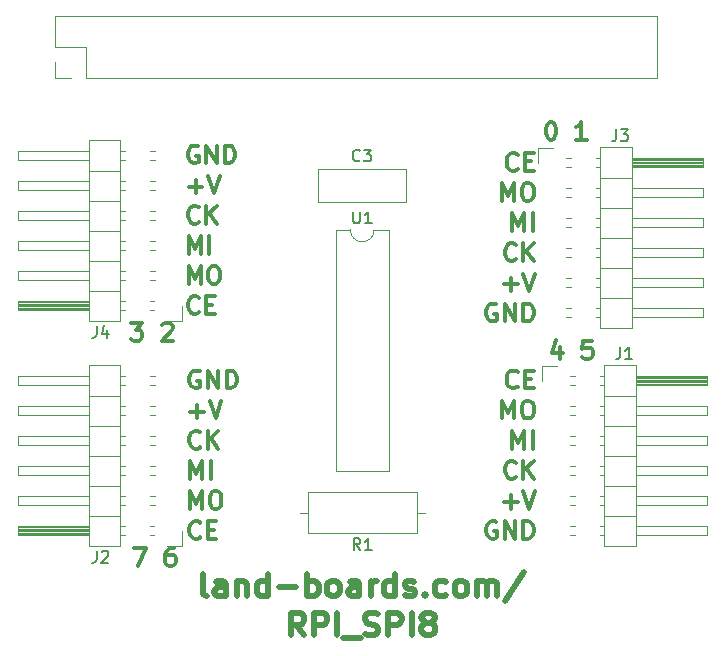
<source format=gbr>
G04 #@! TF.GenerationSoftware,KiCad,Pcbnew,(5.1.5)-3*
G04 #@! TF.CreationDate,2021-03-04T08:32:48-05:00*
G04 #@! TF.ProjectId,RPI_SPI8,5250495f-5350-4493-982e-6b696361645f,X1*
G04 #@! TF.SameCoordinates,Original*
G04 #@! TF.FileFunction,Legend,Top*
G04 #@! TF.FilePolarity,Positive*
%FSLAX46Y46*%
G04 Gerber Fmt 4.6, Leading zero omitted, Abs format (unit mm)*
G04 Created by KiCad (PCBNEW (5.1.5)-3) date 2021-03-04 08:32:48*
%MOMM*%
%LPD*%
G04 APERTURE LIST*
%ADD10C,0.300000*%
%ADD11C,0.476250*%
%ADD12C,0.120000*%
%ADD13C,0.150000*%
G04 APERTURE END LIST*
D10*
X19244857Y-30975000D02*
X19102000Y-30903571D01*
X18887714Y-30903571D01*
X18673428Y-30975000D01*
X18530571Y-31117857D01*
X18459142Y-31260714D01*
X18387714Y-31546428D01*
X18387714Y-31760714D01*
X18459142Y-32046428D01*
X18530571Y-32189285D01*
X18673428Y-32332142D01*
X18887714Y-32403571D01*
X19030571Y-32403571D01*
X19244857Y-32332142D01*
X19316285Y-32260714D01*
X19316285Y-31760714D01*
X19030571Y-31760714D01*
X19959142Y-32403571D02*
X19959142Y-30903571D01*
X20816285Y-32403571D01*
X20816285Y-30903571D01*
X21530571Y-32403571D02*
X21530571Y-30903571D01*
X21887714Y-30903571D01*
X22102000Y-30975000D01*
X22244857Y-31117857D01*
X22316285Y-31260714D01*
X22387714Y-31546428D01*
X22387714Y-31760714D01*
X22316285Y-32046428D01*
X22244857Y-32189285D01*
X22102000Y-32332142D01*
X21887714Y-32403571D01*
X21530571Y-32403571D01*
X18459142Y-34382142D02*
X19602000Y-34382142D01*
X19030571Y-34953571D02*
X19030571Y-33810714D01*
X20102000Y-33453571D02*
X20602000Y-34953571D01*
X21102000Y-33453571D01*
X19316285Y-37360714D02*
X19244857Y-37432142D01*
X19030571Y-37503571D01*
X18887714Y-37503571D01*
X18673428Y-37432142D01*
X18530571Y-37289285D01*
X18459142Y-37146428D01*
X18387714Y-36860714D01*
X18387714Y-36646428D01*
X18459142Y-36360714D01*
X18530571Y-36217857D01*
X18673428Y-36075000D01*
X18887714Y-36003571D01*
X19030571Y-36003571D01*
X19244857Y-36075000D01*
X19316285Y-36146428D01*
X19959142Y-37503571D02*
X19959142Y-36003571D01*
X20816285Y-37503571D02*
X20173428Y-36646428D01*
X20816285Y-36003571D02*
X19959142Y-36860714D01*
X18459142Y-40053571D02*
X18459142Y-38553571D01*
X18959142Y-39625000D01*
X19459142Y-38553571D01*
X19459142Y-40053571D01*
X20173428Y-40053571D02*
X20173428Y-38553571D01*
X18459142Y-42603571D02*
X18459142Y-41103571D01*
X18959142Y-42175000D01*
X19459142Y-41103571D01*
X19459142Y-42603571D01*
X20459142Y-41103571D02*
X20744857Y-41103571D01*
X20887714Y-41175000D01*
X21030571Y-41317857D01*
X21102000Y-41603571D01*
X21102000Y-42103571D01*
X21030571Y-42389285D01*
X20887714Y-42532142D01*
X20744857Y-42603571D01*
X20459142Y-42603571D01*
X20316285Y-42532142D01*
X20173428Y-42389285D01*
X20102000Y-42103571D01*
X20102000Y-41603571D01*
X20173428Y-41317857D01*
X20316285Y-41175000D01*
X20459142Y-41103571D01*
X19316285Y-45010714D02*
X19244857Y-45082142D01*
X19030571Y-45153571D01*
X18887714Y-45153571D01*
X18673428Y-45082142D01*
X18530571Y-44939285D01*
X18459142Y-44796428D01*
X18387714Y-44510714D01*
X18387714Y-44296428D01*
X18459142Y-44010714D01*
X18530571Y-43867857D01*
X18673428Y-43725000D01*
X18887714Y-43653571D01*
X19030571Y-43653571D01*
X19244857Y-43725000D01*
X19316285Y-43796428D01*
X19959142Y-44367857D02*
X20459142Y-44367857D01*
X20673428Y-45153571D02*
X19959142Y-45153571D01*
X19959142Y-43653571D01*
X20673428Y-43653571D01*
X19117857Y-11925000D02*
X18975000Y-11853571D01*
X18760714Y-11853571D01*
X18546428Y-11925000D01*
X18403571Y-12067857D01*
X18332142Y-12210714D01*
X18260714Y-12496428D01*
X18260714Y-12710714D01*
X18332142Y-12996428D01*
X18403571Y-13139285D01*
X18546428Y-13282142D01*
X18760714Y-13353571D01*
X18903571Y-13353571D01*
X19117857Y-13282142D01*
X19189285Y-13210714D01*
X19189285Y-12710714D01*
X18903571Y-12710714D01*
X19832142Y-13353571D02*
X19832142Y-11853571D01*
X20689285Y-13353571D01*
X20689285Y-11853571D01*
X21403571Y-13353571D02*
X21403571Y-11853571D01*
X21760714Y-11853571D01*
X21975000Y-11925000D01*
X22117857Y-12067857D01*
X22189285Y-12210714D01*
X22260714Y-12496428D01*
X22260714Y-12710714D01*
X22189285Y-12996428D01*
X22117857Y-13139285D01*
X21975000Y-13282142D01*
X21760714Y-13353571D01*
X21403571Y-13353571D01*
X18332142Y-15332142D02*
X19475000Y-15332142D01*
X18903571Y-15903571D02*
X18903571Y-14760714D01*
X19975000Y-14403571D02*
X20475000Y-15903571D01*
X20975000Y-14403571D01*
X19189285Y-18310714D02*
X19117857Y-18382142D01*
X18903571Y-18453571D01*
X18760714Y-18453571D01*
X18546428Y-18382142D01*
X18403571Y-18239285D01*
X18332142Y-18096428D01*
X18260714Y-17810714D01*
X18260714Y-17596428D01*
X18332142Y-17310714D01*
X18403571Y-17167857D01*
X18546428Y-17025000D01*
X18760714Y-16953571D01*
X18903571Y-16953571D01*
X19117857Y-17025000D01*
X19189285Y-17096428D01*
X19832142Y-18453571D02*
X19832142Y-16953571D01*
X20689285Y-18453571D02*
X20046428Y-17596428D01*
X20689285Y-16953571D02*
X19832142Y-17810714D01*
X18332142Y-21003571D02*
X18332142Y-19503571D01*
X18832142Y-20575000D01*
X19332142Y-19503571D01*
X19332142Y-21003571D01*
X20046428Y-21003571D02*
X20046428Y-19503571D01*
X18332142Y-23553571D02*
X18332142Y-22053571D01*
X18832142Y-23125000D01*
X19332142Y-22053571D01*
X19332142Y-23553571D01*
X20332142Y-22053571D02*
X20617857Y-22053571D01*
X20760714Y-22125000D01*
X20903571Y-22267857D01*
X20975000Y-22553571D01*
X20975000Y-23053571D01*
X20903571Y-23339285D01*
X20760714Y-23482142D01*
X20617857Y-23553571D01*
X20332142Y-23553571D01*
X20189285Y-23482142D01*
X20046428Y-23339285D01*
X19975000Y-23053571D01*
X19975000Y-22553571D01*
X20046428Y-22267857D01*
X20189285Y-22125000D01*
X20332142Y-22053571D01*
X19189285Y-25960714D02*
X19117857Y-26032142D01*
X18903571Y-26103571D01*
X18760714Y-26103571D01*
X18546428Y-26032142D01*
X18403571Y-25889285D01*
X18332142Y-25746428D01*
X18260714Y-25460714D01*
X18260714Y-25246428D01*
X18332142Y-24960714D01*
X18403571Y-24817857D01*
X18546428Y-24675000D01*
X18760714Y-24603571D01*
X18903571Y-24603571D01*
X19117857Y-24675000D01*
X19189285Y-24746428D01*
X19832142Y-25317857D02*
X20332142Y-25317857D01*
X20546428Y-26103571D02*
X19832142Y-26103571D01*
X19832142Y-24603571D01*
X20546428Y-24603571D01*
X46168142Y-32260714D02*
X46096714Y-32332142D01*
X45882428Y-32403571D01*
X45739571Y-32403571D01*
X45525285Y-32332142D01*
X45382428Y-32189285D01*
X45311000Y-32046428D01*
X45239571Y-31760714D01*
X45239571Y-31546428D01*
X45311000Y-31260714D01*
X45382428Y-31117857D01*
X45525285Y-30975000D01*
X45739571Y-30903571D01*
X45882428Y-30903571D01*
X46096714Y-30975000D01*
X46168142Y-31046428D01*
X46811000Y-31617857D02*
X47311000Y-31617857D01*
X47525285Y-32403571D02*
X46811000Y-32403571D01*
X46811000Y-30903571D01*
X47525285Y-30903571D01*
X44882428Y-34953571D02*
X44882428Y-33453571D01*
X45382428Y-34525000D01*
X45882428Y-33453571D01*
X45882428Y-34953571D01*
X46882428Y-33453571D02*
X47168142Y-33453571D01*
X47311000Y-33525000D01*
X47453857Y-33667857D01*
X47525285Y-33953571D01*
X47525285Y-34453571D01*
X47453857Y-34739285D01*
X47311000Y-34882142D01*
X47168142Y-34953571D01*
X46882428Y-34953571D01*
X46739571Y-34882142D01*
X46596714Y-34739285D01*
X46525285Y-34453571D01*
X46525285Y-33953571D01*
X46596714Y-33667857D01*
X46739571Y-33525000D01*
X46882428Y-33453571D01*
X45739571Y-37503571D02*
X45739571Y-36003571D01*
X46239571Y-37075000D01*
X46739571Y-36003571D01*
X46739571Y-37503571D01*
X47453857Y-37503571D02*
X47453857Y-36003571D01*
X46025285Y-39910714D02*
X45953857Y-39982142D01*
X45739571Y-40053571D01*
X45596714Y-40053571D01*
X45382428Y-39982142D01*
X45239571Y-39839285D01*
X45168142Y-39696428D01*
X45096714Y-39410714D01*
X45096714Y-39196428D01*
X45168142Y-38910714D01*
X45239571Y-38767857D01*
X45382428Y-38625000D01*
X45596714Y-38553571D01*
X45739571Y-38553571D01*
X45953857Y-38625000D01*
X46025285Y-38696428D01*
X46668142Y-40053571D02*
X46668142Y-38553571D01*
X47525285Y-40053571D02*
X46882428Y-39196428D01*
X47525285Y-38553571D02*
X46668142Y-39410714D01*
X45025285Y-42032142D02*
X46168142Y-42032142D01*
X45596714Y-42603571D02*
X45596714Y-41460714D01*
X46668142Y-41103571D02*
X47168142Y-42603571D01*
X47668142Y-41103571D01*
X44382428Y-43725000D02*
X44239571Y-43653571D01*
X44025285Y-43653571D01*
X43811000Y-43725000D01*
X43668142Y-43867857D01*
X43596714Y-44010714D01*
X43525285Y-44296428D01*
X43525285Y-44510714D01*
X43596714Y-44796428D01*
X43668142Y-44939285D01*
X43811000Y-45082142D01*
X44025285Y-45153571D01*
X44168142Y-45153571D01*
X44382428Y-45082142D01*
X44453857Y-45010714D01*
X44453857Y-44510714D01*
X44168142Y-44510714D01*
X45096714Y-45153571D02*
X45096714Y-43653571D01*
X45953857Y-45153571D01*
X45953857Y-43653571D01*
X46668142Y-45153571D02*
X46668142Y-43653571D01*
X47025285Y-43653571D01*
X47239571Y-43725000D01*
X47382428Y-43867857D01*
X47453857Y-44010714D01*
X47525285Y-44296428D01*
X47525285Y-44510714D01*
X47453857Y-44796428D01*
X47382428Y-44939285D01*
X47239571Y-45082142D01*
X47025285Y-45153571D01*
X46668142Y-45153571D01*
X46168142Y-13845714D02*
X46096714Y-13917142D01*
X45882428Y-13988571D01*
X45739571Y-13988571D01*
X45525285Y-13917142D01*
X45382428Y-13774285D01*
X45311000Y-13631428D01*
X45239571Y-13345714D01*
X45239571Y-13131428D01*
X45311000Y-12845714D01*
X45382428Y-12702857D01*
X45525285Y-12560000D01*
X45739571Y-12488571D01*
X45882428Y-12488571D01*
X46096714Y-12560000D01*
X46168142Y-12631428D01*
X46811000Y-13202857D02*
X47311000Y-13202857D01*
X47525285Y-13988571D02*
X46811000Y-13988571D01*
X46811000Y-12488571D01*
X47525285Y-12488571D01*
X44882428Y-16538571D02*
X44882428Y-15038571D01*
X45382428Y-16110000D01*
X45882428Y-15038571D01*
X45882428Y-16538571D01*
X46882428Y-15038571D02*
X47168142Y-15038571D01*
X47311000Y-15110000D01*
X47453857Y-15252857D01*
X47525285Y-15538571D01*
X47525285Y-16038571D01*
X47453857Y-16324285D01*
X47311000Y-16467142D01*
X47168142Y-16538571D01*
X46882428Y-16538571D01*
X46739571Y-16467142D01*
X46596714Y-16324285D01*
X46525285Y-16038571D01*
X46525285Y-15538571D01*
X46596714Y-15252857D01*
X46739571Y-15110000D01*
X46882428Y-15038571D01*
X45739571Y-19088571D02*
X45739571Y-17588571D01*
X46239571Y-18660000D01*
X46739571Y-17588571D01*
X46739571Y-19088571D01*
X47453857Y-19088571D02*
X47453857Y-17588571D01*
X46025285Y-21495714D02*
X45953857Y-21567142D01*
X45739571Y-21638571D01*
X45596714Y-21638571D01*
X45382428Y-21567142D01*
X45239571Y-21424285D01*
X45168142Y-21281428D01*
X45096714Y-20995714D01*
X45096714Y-20781428D01*
X45168142Y-20495714D01*
X45239571Y-20352857D01*
X45382428Y-20210000D01*
X45596714Y-20138571D01*
X45739571Y-20138571D01*
X45953857Y-20210000D01*
X46025285Y-20281428D01*
X46668142Y-21638571D02*
X46668142Y-20138571D01*
X47525285Y-21638571D02*
X46882428Y-20781428D01*
X47525285Y-20138571D02*
X46668142Y-20995714D01*
X45025285Y-23617142D02*
X46168142Y-23617142D01*
X45596714Y-24188571D02*
X45596714Y-23045714D01*
X46668142Y-22688571D02*
X47168142Y-24188571D01*
X47668142Y-22688571D01*
X44382428Y-25310000D02*
X44239571Y-25238571D01*
X44025285Y-25238571D01*
X43811000Y-25310000D01*
X43668142Y-25452857D01*
X43596714Y-25595714D01*
X43525285Y-25881428D01*
X43525285Y-26095714D01*
X43596714Y-26381428D01*
X43668142Y-26524285D01*
X43811000Y-26667142D01*
X44025285Y-26738571D01*
X44168142Y-26738571D01*
X44382428Y-26667142D01*
X44453857Y-26595714D01*
X44453857Y-26095714D01*
X44168142Y-26095714D01*
X45096714Y-26738571D02*
X45096714Y-25238571D01*
X45953857Y-26738571D01*
X45953857Y-25238571D01*
X46668142Y-26738571D02*
X46668142Y-25238571D01*
X47025285Y-25238571D01*
X47239571Y-25310000D01*
X47382428Y-25452857D01*
X47453857Y-25595714D01*
X47525285Y-25881428D01*
X47525285Y-26095714D01*
X47453857Y-26381428D01*
X47382428Y-26524285D01*
X47239571Y-26667142D01*
X47025285Y-26738571D01*
X46668142Y-26738571D01*
X13454285Y-26864571D02*
X14382857Y-26864571D01*
X13882857Y-27436000D01*
X14097142Y-27436000D01*
X14240000Y-27507428D01*
X14311428Y-27578857D01*
X14382857Y-27721714D01*
X14382857Y-28078857D01*
X14311428Y-28221714D01*
X14240000Y-28293142D01*
X14097142Y-28364571D01*
X13668571Y-28364571D01*
X13525714Y-28293142D01*
X13454285Y-28221714D01*
X16097142Y-27007428D02*
X16168571Y-26936000D01*
X16311428Y-26864571D01*
X16668571Y-26864571D01*
X16811428Y-26936000D01*
X16882857Y-27007428D01*
X16954285Y-27150285D01*
X16954285Y-27293142D01*
X16882857Y-27507428D01*
X16025714Y-28364571D01*
X16954285Y-28364571D01*
X13708285Y-45914571D02*
X14708285Y-45914571D01*
X14065428Y-47414571D01*
X17065428Y-45914571D02*
X16779714Y-45914571D01*
X16636857Y-45986000D01*
X16565428Y-46057428D01*
X16422571Y-46271714D01*
X16351142Y-46557428D01*
X16351142Y-47128857D01*
X16422571Y-47271714D01*
X16494000Y-47343142D01*
X16636857Y-47414571D01*
X16922571Y-47414571D01*
X17065428Y-47343142D01*
X17136857Y-47271714D01*
X17208285Y-47128857D01*
X17208285Y-46771714D01*
X17136857Y-46628857D01*
X17065428Y-46557428D01*
X16922571Y-46486000D01*
X16636857Y-46486000D01*
X16494000Y-46557428D01*
X16422571Y-46628857D01*
X16351142Y-46771714D01*
X49800000Y-28888571D02*
X49800000Y-29888571D01*
X49442857Y-28317142D02*
X49085714Y-29388571D01*
X50014285Y-29388571D01*
X52442857Y-28388571D02*
X51728571Y-28388571D01*
X51657142Y-29102857D01*
X51728571Y-29031428D01*
X51871428Y-28960000D01*
X52228571Y-28960000D01*
X52371428Y-29031428D01*
X52442857Y-29102857D01*
X52514285Y-29245714D01*
X52514285Y-29602857D01*
X52442857Y-29745714D01*
X52371428Y-29817142D01*
X52228571Y-29888571D01*
X51871428Y-29888571D01*
X51728571Y-29817142D01*
X51657142Y-29745714D01*
X48934857Y-9846571D02*
X49077714Y-9846571D01*
X49220571Y-9918000D01*
X49292000Y-9989428D01*
X49363428Y-10132285D01*
X49434857Y-10418000D01*
X49434857Y-10775142D01*
X49363428Y-11060857D01*
X49292000Y-11203714D01*
X49220571Y-11275142D01*
X49077714Y-11346571D01*
X48934857Y-11346571D01*
X48792000Y-11275142D01*
X48720571Y-11203714D01*
X48649142Y-11060857D01*
X48577714Y-10775142D01*
X48577714Y-10418000D01*
X48649142Y-10132285D01*
X48720571Y-9989428D01*
X48792000Y-9918000D01*
X48934857Y-9846571D01*
X52006285Y-11346571D02*
X51149142Y-11346571D01*
X51577714Y-11346571D02*
X51577714Y-9846571D01*
X51434857Y-10060857D01*
X51292000Y-10203714D01*
X51149142Y-10275142D01*
D11*
X19849797Y-49994910D02*
X19662321Y-49904196D01*
X19568583Y-49722767D01*
X19568583Y-48089910D01*
X21443345Y-49994910D02*
X21443345Y-48997053D01*
X21349607Y-48815625D01*
X21162130Y-48724910D01*
X20787178Y-48724910D01*
X20599702Y-48815625D01*
X21443345Y-49904196D02*
X21255869Y-49994910D01*
X20787178Y-49994910D01*
X20599702Y-49904196D01*
X20505964Y-49722767D01*
X20505964Y-49541339D01*
X20599702Y-49359910D01*
X20787178Y-49269196D01*
X21255869Y-49269196D01*
X21443345Y-49178482D01*
X22380726Y-48724910D02*
X22380726Y-49994910D01*
X22380726Y-48906339D02*
X22474464Y-48815625D01*
X22661940Y-48724910D01*
X22943154Y-48724910D01*
X23130630Y-48815625D01*
X23224369Y-48997053D01*
X23224369Y-49994910D01*
X25005392Y-49994910D02*
X25005392Y-48089910D01*
X25005392Y-49904196D02*
X24817916Y-49994910D01*
X24442964Y-49994910D01*
X24255488Y-49904196D01*
X24161749Y-49813482D01*
X24068011Y-49632053D01*
X24068011Y-49087767D01*
X24161749Y-48906339D01*
X24255488Y-48815625D01*
X24442964Y-48724910D01*
X24817916Y-48724910D01*
X25005392Y-48815625D01*
X25942773Y-49269196D02*
X27442583Y-49269196D01*
X28379964Y-49994910D02*
X28379964Y-48089910D01*
X28379964Y-48815625D02*
X28567440Y-48724910D01*
X28942392Y-48724910D01*
X29129869Y-48815625D01*
X29223607Y-48906339D01*
X29317345Y-49087767D01*
X29317345Y-49632053D01*
X29223607Y-49813482D01*
X29129869Y-49904196D01*
X28942392Y-49994910D01*
X28567440Y-49994910D01*
X28379964Y-49904196D01*
X30442202Y-49994910D02*
X30254726Y-49904196D01*
X30160988Y-49813482D01*
X30067249Y-49632053D01*
X30067249Y-49087767D01*
X30160988Y-48906339D01*
X30254726Y-48815625D01*
X30442202Y-48724910D01*
X30723416Y-48724910D01*
X30910892Y-48815625D01*
X31004630Y-48906339D01*
X31098369Y-49087767D01*
X31098369Y-49632053D01*
X31004630Y-49813482D01*
X30910892Y-49904196D01*
X30723416Y-49994910D01*
X30442202Y-49994910D01*
X32785654Y-49994910D02*
X32785654Y-48997053D01*
X32691916Y-48815625D01*
X32504440Y-48724910D01*
X32129488Y-48724910D01*
X31942011Y-48815625D01*
X32785654Y-49904196D02*
X32598178Y-49994910D01*
X32129488Y-49994910D01*
X31942011Y-49904196D01*
X31848273Y-49722767D01*
X31848273Y-49541339D01*
X31942011Y-49359910D01*
X32129488Y-49269196D01*
X32598178Y-49269196D01*
X32785654Y-49178482D01*
X33723035Y-49994910D02*
X33723035Y-48724910D01*
X33723035Y-49087767D02*
X33816773Y-48906339D01*
X33910511Y-48815625D01*
X34097988Y-48724910D01*
X34285464Y-48724910D01*
X35785273Y-49994910D02*
X35785273Y-48089910D01*
X35785273Y-49904196D02*
X35597797Y-49994910D01*
X35222845Y-49994910D01*
X35035369Y-49904196D01*
X34941630Y-49813482D01*
X34847892Y-49632053D01*
X34847892Y-49087767D01*
X34941630Y-48906339D01*
X35035369Y-48815625D01*
X35222845Y-48724910D01*
X35597797Y-48724910D01*
X35785273Y-48815625D01*
X36628916Y-49904196D02*
X36816392Y-49994910D01*
X37191345Y-49994910D01*
X37378821Y-49904196D01*
X37472559Y-49722767D01*
X37472559Y-49632053D01*
X37378821Y-49450625D01*
X37191345Y-49359910D01*
X36910130Y-49359910D01*
X36722654Y-49269196D01*
X36628916Y-49087767D01*
X36628916Y-48997053D01*
X36722654Y-48815625D01*
X36910130Y-48724910D01*
X37191345Y-48724910D01*
X37378821Y-48815625D01*
X38316202Y-49813482D02*
X38409940Y-49904196D01*
X38316202Y-49994910D01*
X38222464Y-49904196D01*
X38316202Y-49813482D01*
X38316202Y-49994910D01*
X40097226Y-49904196D02*
X39909750Y-49994910D01*
X39534797Y-49994910D01*
X39347321Y-49904196D01*
X39253583Y-49813482D01*
X39159845Y-49632053D01*
X39159845Y-49087767D01*
X39253583Y-48906339D01*
X39347321Y-48815625D01*
X39534797Y-48724910D01*
X39909750Y-48724910D01*
X40097226Y-48815625D01*
X41222083Y-49994910D02*
X41034607Y-49904196D01*
X40940869Y-49813482D01*
X40847130Y-49632053D01*
X40847130Y-49087767D01*
X40940869Y-48906339D01*
X41034607Y-48815625D01*
X41222083Y-48724910D01*
X41503297Y-48724910D01*
X41690773Y-48815625D01*
X41784511Y-48906339D01*
X41878250Y-49087767D01*
X41878250Y-49632053D01*
X41784511Y-49813482D01*
X41690773Y-49904196D01*
X41503297Y-49994910D01*
X41222083Y-49994910D01*
X42721892Y-49994910D02*
X42721892Y-48724910D01*
X42721892Y-48906339D02*
X42815630Y-48815625D01*
X43003107Y-48724910D01*
X43284321Y-48724910D01*
X43471797Y-48815625D01*
X43565535Y-48997053D01*
X43565535Y-49994910D01*
X43565535Y-48997053D02*
X43659273Y-48815625D01*
X43846750Y-48724910D01*
X44127964Y-48724910D01*
X44315440Y-48815625D01*
X44409178Y-48997053D01*
X44409178Y-49994910D01*
X46752630Y-47999196D02*
X45065345Y-50448482D01*
X28098750Y-53328660D02*
X27442583Y-52421517D01*
X26973892Y-53328660D02*
X26973892Y-51423660D01*
X27723797Y-51423660D01*
X27911273Y-51514375D01*
X28005011Y-51605089D01*
X28098750Y-51786517D01*
X28098750Y-52058660D01*
X28005011Y-52240089D01*
X27911273Y-52330803D01*
X27723797Y-52421517D01*
X26973892Y-52421517D01*
X28942392Y-53328660D02*
X28942392Y-51423660D01*
X29692297Y-51423660D01*
X29879773Y-51514375D01*
X29973511Y-51605089D01*
X30067250Y-51786517D01*
X30067250Y-52058660D01*
X29973511Y-52240089D01*
X29879773Y-52330803D01*
X29692297Y-52421517D01*
X28942392Y-52421517D01*
X30910892Y-53328660D02*
X30910892Y-51423660D01*
X31379583Y-53510089D02*
X32879392Y-53510089D01*
X33254345Y-53237946D02*
X33535559Y-53328660D01*
X34004250Y-53328660D01*
X34191726Y-53237946D01*
X34285464Y-53147232D01*
X34379202Y-52965803D01*
X34379202Y-52784375D01*
X34285464Y-52602946D01*
X34191726Y-52512232D01*
X34004250Y-52421517D01*
X33629297Y-52330803D01*
X33441821Y-52240089D01*
X33348083Y-52149375D01*
X33254345Y-51967946D01*
X33254345Y-51786517D01*
X33348083Y-51605089D01*
X33441821Y-51514375D01*
X33629297Y-51423660D01*
X34097988Y-51423660D01*
X34379202Y-51514375D01*
X35222845Y-53328660D02*
X35222845Y-51423660D01*
X35972750Y-51423660D01*
X36160226Y-51514375D01*
X36253964Y-51605089D01*
X36347702Y-51786517D01*
X36347702Y-52058660D01*
X36253964Y-52240089D01*
X36160226Y-52330803D01*
X35972750Y-52421517D01*
X35222845Y-52421517D01*
X37191345Y-53328660D02*
X37191345Y-51423660D01*
X38409940Y-52240089D02*
X38222464Y-52149375D01*
X38128726Y-52058660D01*
X38034988Y-51877232D01*
X38034988Y-51786517D01*
X38128726Y-51605089D01*
X38222464Y-51514375D01*
X38409940Y-51423660D01*
X38784892Y-51423660D01*
X38972369Y-51514375D01*
X39066107Y-51605089D01*
X39159845Y-51786517D01*
X39159845Y-51877232D01*
X39066107Y-52058660D01*
X38972369Y-52149375D01*
X38784892Y-52240089D01*
X38409940Y-52240089D01*
X38222464Y-52330803D01*
X38128726Y-52421517D01*
X38034988Y-52602946D01*
X38034988Y-52965803D01*
X38128726Y-53147232D01*
X38222464Y-53237946D01*
X38409940Y-53328660D01*
X38784892Y-53328660D01*
X38972369Y-53237946D01*
X39066107Y-53147232D01*
X39159845Y-52965803D01*
X39159845Y-52602946D01*
X39066107Y-52421517D01*
X38972369Y-52330803D01*
X38784892Y-52240089D01*
D12*
X17780000Y-45720000D02*
X16510000Y-45720000D01*
X17780000Y-44450000D02*
X17780000Y-45720000D01*
X15467071Y-31370000D02*
X15012929Y-31370000D01*
X15467071Y-32130000D02*
X15012929Y-32130000D01*
X12927071Y-31370000D02*
X12530000Y-31370000D01*
X12927071Y-32130000D02*
X12530000Y-32130000D01*
X3870000Y-31370000D02*
X9870000Y-31370000D01*
X3870000Y-32130000D02*
X3870000Y-31370000D01*
X9870000Y-32130000D02*
X3870000Y-32130000D01*
X12530000Y-33020000D02*
X9870000Y-33020000D01*
X15467071Y-33910000D02*
X15012929Y-33910000D01*
X15467071Y-34670000D02*
X15012929Y-34670000D01*
X12927071Y-33910000D02*
X12530000Y-33910000D01*
X12927071Y-34670000D02*
X12530000Y-34670000D01*
X3870000Y-33910000D02*
X9870000Y-33910000D01*
X3870000Y-34670000D02*
X3870000Y-33910000D01*
X9870000Y-34670000D02*
X3870000Y-34670000D01*
X12530000Y-35560000D02*
X9870000Y-35560000D01*
X15467071Y-36450000D02*
X15012929Y-36450000D01*
X15467071Y-37210000D02*
X15012929Y-37210000D01*
X12927071Y-36450000D02*
X12530000Y-36450000D01*
X12927071Y-37210000D02*
X12530000Y-37210000D01*
X3870000Y-36450000D02*
X9870000Y-36450000D01*
X3870000Y-37210000D02*
X3870000Y-36450000D01*
X9870000Y-37210000D02*
X3870000Y-37210000D01*
X12530000Y-38100000D02*
X9870000Y-38100000D01*
X15467071Y-38990000D02*
X15012929Y-38990000D01*
X15467071Y-39750000D02*
X15012929Y-39750000D01*
X12927071Y-38990000D02*
X12530000Y-38990000D01*
X12927071Y-39750000D02*
X12530000Y-39750000D01*
X3870000Y-38990000D02*
X9870000Y-38990000D01*
X3870000Y-39750000D02*
X3870000Y-38990000D01*
X9870000Y-39750000D02*
X3870000Y-39750000D01*
X12530000Y-40640000D02*
X9870000Y-40640000D01*
X15467071Y-41530000D02*
X15012929Y-41530000D01*
X15467071Y-42290000D02*
X15012929Y-42290000D01*
X12927071Y-41530000D02*
X12530000Y-41530000D01*
X12927071Y-42290000D02*
X12530000Y-42290000D01*
X3870000Y-41530000D02*
X9870000Y-41530000D01*
X3870000Y-42290000D02*
X3870000Y-41530000D01*
X9870000Y-42290000D02*
X3870000Y-42290000D01*
X12530000Y-43180000D02*
X9870000Y-43180000D01*
X15400000Y-44070000D02*
X15012929Y-44070000D01*
X15400000Y-44830000D02*
X15012929Y-44830000D01*
X12927071Y-44070000D02*
X12530000Y-44070000D01*
X12927071Y-44830000D02*
X12530000Y-44830000D01*
X9870000Y-44170000D02*
X3870000Y-44170000D01*
X9870000Y-44290000D02*
X3870000Y-44290000D01*
X9870000Y-44410000D02*
X3870000Y-44410000D01*
X9870000Y-44530000D02*
X3870000Y-44530000D01*
X9870000Y-44650000D02*
X3870000Y-44650000D01*
X9870000Y-44770000D02*
X3870000Y-44770000D01*
X3870000Y-44070000D02*
X9870000Y-44070000D01*
X3870000Y-44830000D02*
X3870000Y-44070000D01*
X9870000Y-44830000D02*
X3870000Y-44830000D01*
X9870000Y-45780000D02*
X12530000Y-45780000D01*
X9870000Y-30420000D02*
X9870000Y-45780000D01*
X12530000Y-30420000D02*
X9870000Y-30420000D01*
X12530000Y-45780000D02*
X12530000Y-30420000D01*
X7040000Y-6100000D02*
X7040000Y-4770000D01*
X8370000Y-6100000D02*
X7040000Y-6100000D01*
X7040000Y-3500000D02*
X7040000Y-900000D01*
X9640000Y-3500000D02*
X7040000Y-3500000D01*
X9640000Y-6100000D02*
X9640000Y-3500000D01*
X7040000Y-900000D02*
X57960000Y-900000D01*
X9640000Y-6100000D02*
X57960000Y-6100000D01*
X57960000Y-6100000D02*
X57960000Y-900000D01*
X53510000Y-30420000D02*
X53510000Y-45780000D01*
X53510000Y-45780000D02*
X56170000Y-45780000D01*
X56170000Y-45780000D02*
X56170000Y-30420000D01*
X56170000Y-30420000D02*
X53510000Y-30420000D01*
X56170000Y-31370000D02*
X62170000Y-31370000D01*
X62170000Y-31370000D02*
X62170000Y-32130000D01*
X62170000Y-32130000D02*
X56170000Y-32130000D01*
X56170000Y-31430000D02*
X62170000Y-31430000D01*
X56170000Y-31550000D02*
X62170000Y-31550000D01*
X56170000Y-31670000D02*
X62170000Y-31670000D01*
X56170000Y-31790000D02*
X62170000Y-31790000D01*
X56170000Y-31910000D02*
X62170000Y-31910000D01*
X56170000Y-32030000D02*
X62170000Y-32030000D01*
X53112929Y-31370000D02*
X53510000Y-31370000D01*
X53112929Y-32130000D02*
X53510000Y-32130000D01*
X50640000Y-31370000D02*
X51027071Y-31370000D01*
X50640000Y-32130000D02*
X51027071Y-32130000D01*
X53510000Y-33020000D02*
X56170000Y-33020000D01*
X56170000Y-33910000D02*
X62170000Y-33910000D01*
X62170000Y-33910000D02*
X62170000Y-34670000D01*
X62170000Y-34670000D02*
X56170000Y-34670000D01*
X53112929Y-33910000D02*
X53510000Y-33910000D01*
X53112929Y-34670000D02*
X53510000Y-34670000D01*
X50572929Y-33910000D02*
X51027071Y-33910000D01*
X50572929Y-34670000D02*
X51027071Y-34670000D01*
X53510000Y-35560000D02*
X56170000Y-35560000D01*
X56170000Y-36450000D02*
X62170000Y-36450000D01*
X62170000Y-36450000D02*
X62170000Y-37210000D01*
X62170000Y-37210000D02*
X56170000Y-37210000D01*
X53112929Y-36450000D02*
X53510000Y-36450000D01*
X53112929Y-37210000D02*
X53510000Y-37210000D01*
X50572929Y-36450000D02*
X51027071Y-36450000D01*
X50572929Y-37210000D02*
X51027071Y-37210000D01*
X53510000Y-38100000D02*
X56170000Y-38100000D01*
X56170000Y-38990000D02*
X62170000Y-38990000D01*
X62170000Y-38990000D02*
X62170000Y-39750000D01*
X62170000Y-39750000D02*
X56170000Y-39750000D01*
X53112929Y-38990000D02*
X53510000Y-38990000D01*
X53112929Y-39750000D02*
X53510000Y-39750000D01*
X50572929Y-38990000D02*
X51027071Y-38990000D01*
X50572929Y-39750000D02*
X51027071Y-39750000D01*
X53510000Y-40640000D02*
X56170000Y-40640000D01*
X56170000Y-41530000D02*
X62170000Y-41530000D01*
X62170000Y-41530000D02*
X62170000Y-42290000D01*
X62170000Y-42290000D02*
X56170000Y-42290000D01*
X53112929Y-41530000D02*
X53510000Y-41530000D01*
X53112929Y-42290000D02*
X53510000Y-42290000D01*
X50572929Y-41530000D02*
X51027071Y-41530000D01*
X50572929Y-42290000D02*
X51027071Y-42290000D01*
X53510000Y-43180000D02*
X56170000Y-43180000D01*
X56170000Y-44070000D02*
X62170000Y-44070000D01*
X62170000Y-44070000D02*
X62170000Y-44830000D01*
X62170000Y-44830000D02*
X56170000Y-44830000D01*
X53112929Y-44070000D02*
X53510000Y-44070000D01*
X53112929Y-44830000D02*
X53510000Y-44830000D01*
X50572929Y-44070000D02*
X51027071Y-44070000D01*
X50572929Y-44830000D02*
X51027071Y-44830000D01*
X48260000Y-31750000D02*
X48260000Y-30480000D01*
X48260000Y-30480000D02*
X49530000Y-30480000D01*
X53180000Y-11970000D02*
X53180000Y-27330000D01*
X53180000Y-27330000D02*
X55840000Y-27330000D01*
X55840000Y-27330000D02*
X55840000Y-11970000D01*
X55840000Y-11970000D02*
X53180000Y-11970000D01*
X55840000Y-12920000D02*
X61840000Y-12920000D01*
X61840000Y-12920000D02*
X61840000Y-13680000D01*
X61840000Y-13680000D02*
X55840000Y-13680000D01*
X55840000Y-12980000D02*
X61840000Y-12980000D01*
X55840000Y-13100000D02*
X61840000Y-13100000D01*
X55840000Y-13220000D02*
X61840000Y-13220000D01*
X55840000Y-13340000D02*
X61840000Y-13340000D01*
X55840000Y-13460000D02*
X61840000Y-13460000D01*
X55840000Y-13580000D02*
X61840000Y-13580000D01*
X52782929Y-12920000D02*
X53180000Y-12920000D01*
X52782929Y-13680000D02*
X53180000Y-13680000D01*
X50310000Y-12920000D02*
X50697071Y-12920000D01*
X50310000Y-13680000D02*
X50697071Y-13680000D01*
X53180000Y-14570000D02*
X55840000Y-14570000D01*
X55840000Y-15460000D02*
X61840000Y-15460000D01*
X61840000Y-15460000D02*
X61840000Y-16220000D01*
X61840000Y-16220000D02*
X55840000Y-16220000D01*
X52782929Y-15460000D02*
X53180000Y-15460000D01*
X52782929Y-16220000D02*
X53180000Y-16220000D01*
X50242929Y-15460000D02*
X50697071Y-15460000D01*
X50242929Y-16220000D02*
X50697071Y-16220000D01*
X53180000Y-17110000D02*
X55840000Y-17110000D01*
X55840000Y-18000000D02*
X61840000Y-18000000D01*
X61840000Y-18000000D02*
X61840000Y-18760000D01*
X61840000Y-18760000D02*
X55840000Y-18760000D01*
X52782929Y-18000000D02*
X53180000Y-18000000D01*
X52782929Y-18760000D02*
X53180000Y-18760000D01*
X50242929Y-18000000D02*
X50697071Y-18000000D01*
X50242929Y-18760000D02*
X50697071Y-18760000D01*
X53180000Y-19650000D02*
X55840000Y-19650000D01*
X55840000Y-20540000D02*
X61840000Y-20540000D01*
X61840000Y-20540000D02*
X61840000Y-21300000D01*
X61840000Y-21300000D02*
X55840000Y-21300000D01*
X52782929Y-20540000D02*
X53180000Y-20540000D01*
X52782929Y-21300000D02*
X53180000Y-21300000D01*
X50242929Y-20540000D02*
X50697071Y-20540000D01*
X50242929Y-21300000D02*
X50697071Y-21300000D01*
X53180000Y-22190000D02*
X55840000Y-22190000D01*
X55840000Y-23080000D02*
X61840000Y-23080000D01*
X61840000Y-23080000D02*
X61840000Y-23840000D01*
X61840000Y-23840000D02*
X55840000Y-23840000D01*
X52782929Y-23080000D02*
X53180000Y-23080000D01*
X52782929Y-23840000D02*
X53180000Y-23840000D01*
X50242929Y-23080000D02*
X50697071Y-23080000D01*
X50242929Y-23840000D02*
X50697071Y-23840000D01*
X53180000Y-24730000D02*
X55840000Y-24730000D01*
X55840000Y-25620000D02*
X61840000Y-25620000D01*
X61840000Y-25620000D02*
X61840000Y-26380000D01*
X61840000Y-26380000D02*
X55840000Y-26380000D01*
X52782929Y-25620000D02*
X53180000Y-25620000D01*
X52782929Y-26380000D02*
X53180000Y-26380000D01*
X50242929Y-25620000D02*
X50697071Y-25620000D01*
X50242929Y-26380000D02*
X50697071Y-26380000D01*
X47930000Y-13300000D02*
X47930000Y-12030000D01*
X47930000Y-12030000D02*
X49200000Y-12030000D01*
X34020000Y-18990000D02*
G75*
G02X32020000Y-18990000I-1000000J0D01*
G01*
X32020000Y-18990000D02*
X30770000Y-18990000D01*
X30770000Y-18990000D02*
X30770000Y-39430000D01*
X30770000Y-39430000D02*
X35270000Y-39430000D01*
X35270000Y-39430000D02*
X35270000Y-18990000D01*
X35270000Y-18990000D02*
X34020000Y-18990000D01*
X29260000Y-13870000D02*
X36700000Y-13870000D01*
X29260000Y-16610000D02*
X36700000Y-16610000D01*
X29260000Y-13870000D02*
X29260000Y-16610000D01*
X36700000Y-13870000D02*
X36700000Y-16610000D01*
X37640000Y-44646000D02*
X37640000Y-41206000D01*
X37640000Y-41206000D02*
X28400000Y-41206000D01*
X28400000Y-41206000D02*
X28400000Y-44646000D01*
X28400000Y-44646000D02*
X37640000Y-44646000D01*
X38330000Y-42926000D02*
X37640000Y-42926000D01*
X27710000Y-42926000D02*
X28400000Y-42926000D01*
X12530000Y-26730000D02*
X12530000Y-11370000D01*
X12530000Y-11370000D02*
X9870000Y-11370000D01*
X9870000Y-11370000D02*
X9870000Y-26730000D01*
X9870000Y-26730000D02*
X12530000Y-26730000D01*
X9870000Y-25780000D02*
X3870000Y-25780000D01*
X3870000Y-25780000D02*
X3870000Y-25020000D01*
X3870000Y-25020000D02*
X9870000Y-25020000D01*
X9870000Y-25720000D02*
X3870000Y-25720000D01*
X9870000Y-25600000D02*
X3870000Y-25600000D01*
X9870000Y-25480000D02*
X3870000Y-25480000D01*
X9870000Y-25360000D02*
X3870000Y-25360000D01*
X9870000Y-25240000D02*
X3870000Y-25240000D01*
X9870000Y-25120000D02*
X3870000Y-25120000D01*
X12927071Y-25780000D02*
X12530000Y-25780000D01*
X12927071Y-25020000D02*
X12530000Y-25020000D01*
X15400000Y-25780000D02*
X15012929Y-25780000D01*
X15400000Y-25020000D02*
X15012929Y-25020000D01*
X12530000Y-24130000D02*
X9870000Y-24130000D01*
X9870000Y-23240000D02*
X3870000Y-23240000D01*
X3870000Y-23240000D02*
X3870000Y-22480000D01*
X3870000Y-22480000D02*
X9870000Y-22480000D01*
X12927071Y-23240000D02*
X12530000Y-23240000D01*
X12927071Y-22480000D02*
X12530000Y-22480000D01*
X15467071Y-23240000D02*
X15012929Y-23240000D01*
X15467071Y-22480000D02*
X15012929Y-22480000D01*
X12530000Y-21590000D02*
X9870000Y-21590000D01*
X9870000Y-20700000D02*
X3870000Y-20700000D01*
X3870000Y-20700000D02*
X3870000Y-19940000D01*
X3870000Y-19940000D02*
X9870000Y-19940000D01*
X12927071Y-20700000D02*
X12530000Y-20700000D01*
X12927071Y-19940000D02*
X12530000Y-19940000D01*
X15467071Y-20700000D02*
X15012929Y-20700000D01*
X15467071Y-19940000D02*
X15012929Y-19940000D01*
X12530000Y-19050000D02*
X9870000Y-19050000D01*
X9870000Y-18160000D02*
X3870000Y-18160000D01*
X3870000Y-18160000D02*
X3870000Y-17400000D01*
X3870000Y-17400000D02*
X9870000Y-17400000D01*
X12927071Y-18160000D02*
X12530000Y-18160000D01*
X12927071Y-17400000D02*
X12530000Y-17400000D01*
X15467071Y-18160000D02*
X15012929Y-18160000D01*
X15467071Y-17400000D02*
X15012929Y-17400000D01*
X12530000Y-16510000D02*
X9870000Y-16510000D01*
X9870000Y-15620000D02*
X3870000Y-15620000D01*
X3870000Y-15620000D02*
X3870000Y-14860000D01*
X3870000Y-14860000D02*
X9870000Y-14860000D01*
X12927071Y-15620000D02*
X12530000Y-15620000D01*
X12927071Y-14860000D02*
X12530000Y-14860000D01*
X15467071Y-15620000D02*
X15012929Y-15620000D01*
X15467071Y-14860000D02*
X15012929Y-14860000D01*
X12530000Y-13970000D02*
X9870000Y-13970000D01*
X9870000Y-13080000D02*
X3870000Y-13080000D01*
X3870000Y-13080000D02*
X3870000Y-12320000D01*
X3870000Y-12320000D02*
X9870000Y-12320000D01*
X12927071Y-13080000D02*
X12530000Y-13080000D01*
X12927071Y-12320000D02*
X12530000Y-12320000D01*
X15467071Y-13080000D02*
X15012929Y-13080000D01*
X15467071Y-12320000D02*
X15012929Y-12320000D01*
X17780000Y-25400000D02*
X17780000Y-26670000D01*
X17780000Y-26670000D02*
X16510000Y-26670000D01*
D13*
X10521666Y-46172380D02*
X10521666Y-46886666D01*
X10474047Y-47029523D01*
X10378809Y-47124761D01*
X10235952Y-47172380D01*
X10140714Y-47172380D01*
X10950238Y-46267619D02*
X10997857Y-46220000D01*
X11093095Y-46172380D01*
X11331190Y-46172380D01*
X11426428Y-46220000D01*
X11474047Y-46267619D01*
X11521666Y-46362857D01*
X11521666Y-46458095D01*
X11474047Y-46600952D01*
X10902619Y-47172380D01*
X11521666Y-47172380D01*
X54851666Y-28932380D02*
X54851666Y-29646666D01*
X54804047Y-29789523D01*
X54708809Y-29884761D01*
X54565952Y-29932380D01*
X54470714Y-29932380D01*
X55851666Y-29932380D02*
X55280238Y-29932380D01*
X55565952Y-29932380D02*
X55565952Y-28932380D01*
X55470714Y-29075238D01*
X55375476Y-29170476D01*
X55280238Y-29218095D01*
X54521666Y-10482380D02*
X54521666Y-11196666D01*
X54474047Y-11339523D01*
X54378809Y-11434761D01*
X54235952Y-11482380D01*
X54140714Y-11482380D01*
X54902619Y-10482380D02*
X55521666Y-10482380D01*
X55188333Y-10863333D01*
X55331190Y-10863333D01*
X55426428Y-10910952D01*
X55474047Y-10958571D01*
X55521666Y-11053809D01*
X55521666Y-11291904D01*
X55474047Y-11387142D01*
X55426428Y-11434761D01*
X55331190Y-11482380D01*
X55045476Y-11482380D01*
X54950238Y-11434761D01*
X54902619Y-11387142D01*
X32258095Y-17442380D02*
X32258095Y-18251904D01*
X32305714Y-18347142D01*
X32353333Y-18394761D01*
X32448571Y-18442380D01*
X32639047Y-18442380D01*
X32734285Y-18394761D01*
X32781904Y-18347142D01*
X32829523Y-18251904D01*
X32829523Y-17442380D01*
X33829523Y-18442380D02*
X33258095Y-18442380D01*
X33543809Y-18442380D02*
X33543809Y-17442380D01*
X33448571Y-17585238D01*
X33353333Y-17680476D01*
X33258095Y-17728095D01*
X32813333Y-13097142D02*
X32765714Y-13144761D01*
X32622857Y-13192380D01*
X32527619Y-13192380D01*
X32384761Y-13144761D01*
X32289523Y-13049523D01*
X32241904Y-12954285D01*
X32194285Y-12763809D01*
X32194285Y-12620952D01*
X32241904Y-12430476D01*
X32289523Y-12335238D01*
X32384761Y-12240000D01*
X32527619Y-12192380D01*
X32622857Y-12192380D01*
X32765714Y-12240000D01*
X32813333Y-12287619D01*
X33146666Y-12192380D02*
X33765714Y-12192380D01*
X33432380Y-12573333D01*
X33575238Y-12573333D01*
X33670476Y-12620952D01*
X33718095Y-12668571D01*
X33765714Y-12763809D01*
X33765714Y-13001904D01*
X33718095Y-13097142D01*
X33670476Y-13144761D01*
X33575238Y-13192380D01*
X33289523Y-13192380D01*
X33194285Y-13144761D01*
X33146666Y-13097142D01*
X32853333Y-46098380D02*
X32520000Y-45622190D01*
X32281904Y-46098380D02*
X32281904Y-45098380D01*
X32662857Y-45098380D01*
X32758095Y-45146000D01*
X32805714Y-45193619D01*
X32853333Y-45288857D01*
X32853333Y-45431714D01*
X32805714Y-45526952D01*
X32758095Y-45574571D01*
X32662857Y-45622190D01*
X32281904Y-45622190D01*
X33805714Y-46098380D02*
X33234285Y-46098380D01*
X33520000Y-46098380D02*
X33520000Y-45098380D01*
X33424761Y-45241238D01*
X33329523Y-45336476D01*
X33234285Y-45384095D01*
X10521666Y-27122380D02*
X10521666Y-27836666D01*
X10474047Y-27979523D01*
X10378809Y-28074761D01*
X10235952Y-28122380D01*
X10140714Y-28122380D01*
X11426428Y-27455714D02*
X11426428Y-28122380D01*
X11188333Y-27074761D02*
X10950238Y-27789047D01*
X11569285Y-27789047D01*
M02*

</source>
